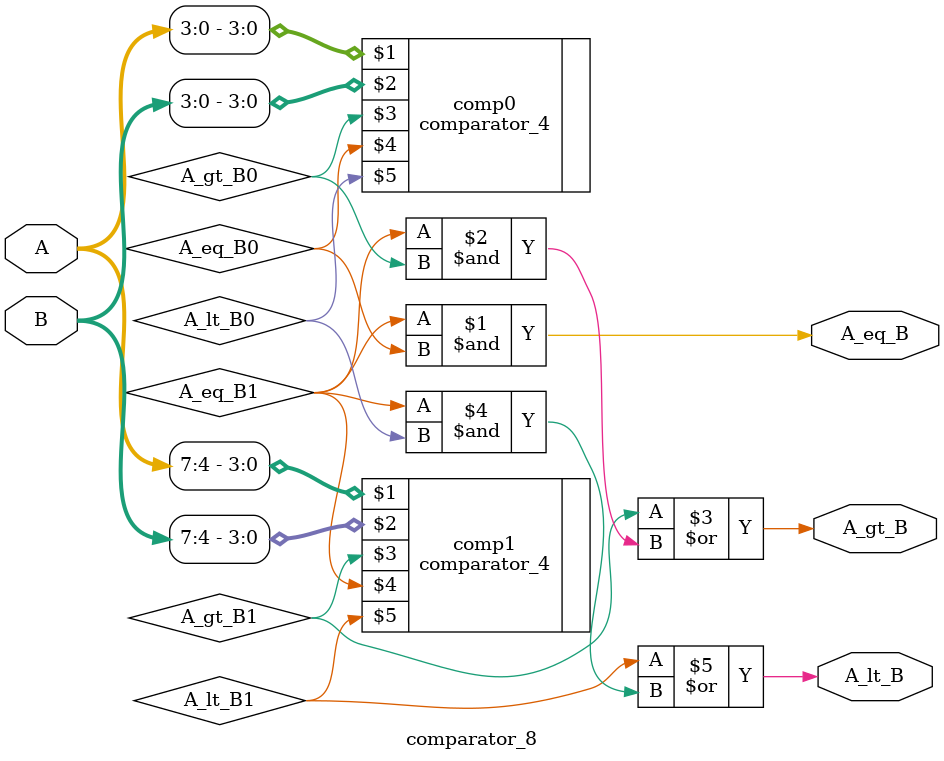
<source format=v>
`timescale 1ns / 1ps



module comparator_8 (
    input [7:0] A,
    input [7:0] B,
    output A_gt_B,
    output A_eq_B,
    output A_lt_B
);
    wire A_gt_B0, A_eq_B0, A_lt_B0; // Lower 4-bit comparison
    wire A_gt_B1, A_eq_B1, A_lt_B1; // Upper 4-bit comparison

    // Instantiate two 4-bit comparators
    comparator_4 comp0 (A[3:0], B[3:0], A_gt_B0, A_eq_B0, A_lt_B0);
    comparator_4 comp1 (A[7:4], B[7:4], A_gt_B1, A_eq_B1, A_lt_B1);

    // Combining the results of the two 4-bit comparators
    assign A_eq_B = A_eq_B1 & A_eq_B0;

    assign A_gt_B = A_gt_B1 | (A_eq_B1 & A_gt_B0);
    assign A_lt_B = A_lt_B1 | (A_eq_B1 & A_lt_B0);
endmodule


</source>
